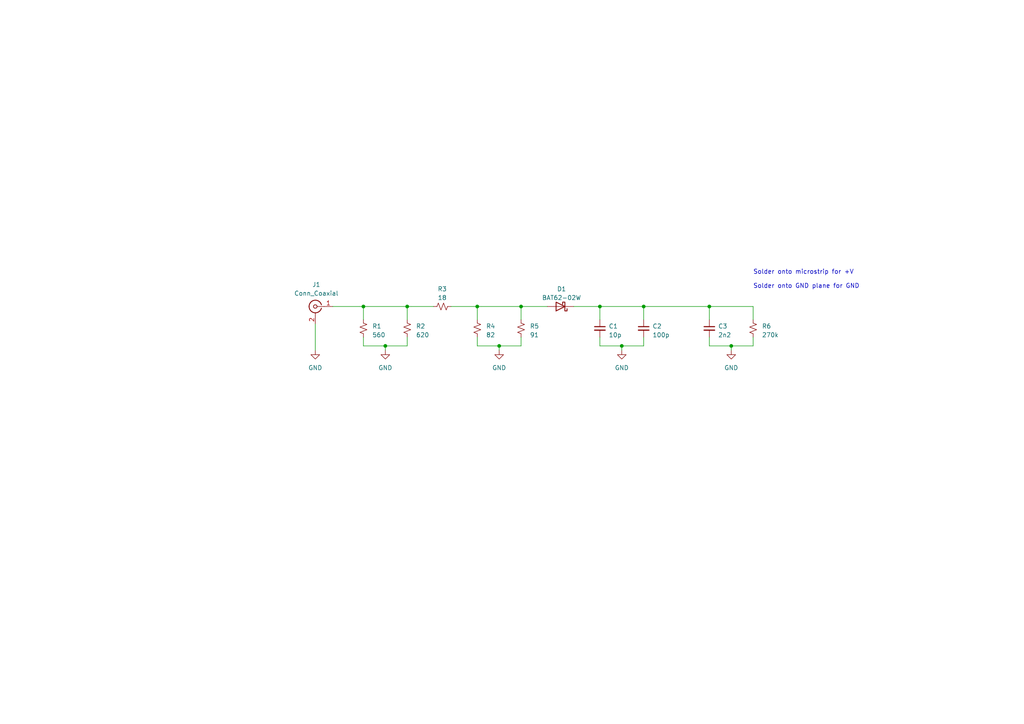
<source format=kicad_sch>
(kicad_sch (version 20230121) (generator eeschema)
  (paper "A4")
  (lib_symbols
    (symbol "Connector:Conn_Coaxial" (pin_names (offset 1.016) hide)
      (property "Reference" "J" (at 0.254 3.048 0))
      (property "Value" "Conn_Coaxial" (at 2.921 0 90))
      (symbol "Conn_Coaxial_0_1"
        (arc (start -1.778 -0.508) (mid 0.2311 -1.8066) (end 1.778 0) (stroke (width 0.254)))
        (polyline (pts (xy -2.54 0) (xy -0.508 0)))
        (polyline (pts (xy 0 -2.54) (xy 0 -1.778)))
        (circle (center 0 0) (radius 0.508) (stroke (width 0.2032)))
        (arc (start 1.778 0) (mid 0.2099 1.8101) (end -1.778 0.508) (stroke (width 0.254)))
      )
      (symbol "Conn_Coaxial_1_1"
        (pin passive line (at -5.08 0 0) (length 2.54) (name "In") (number "1"))
        (pin passive line (at 0 -5.08 90) (length 2.54) (name "Ext") (number "2"))
      )
    )
    (symbol "Device:C_Small" (pin_numbers hide) (pin_names (offset 0.254) hide)
      (property "Reference" "C" (at 0.254 1.778 0))
      (property "Value" "C_Small" (at 0.254 -2.032 0))
      (symbol "C_Small_0_1"
        (polyline (pts (xy -1.524 -0.508) (xy 1.524 -0.508)) (stroke (width 0.3302)))
        (polyline (pts (xy -1.524 0.508) (xy 1.524 0.508)) (stroke (width 0.3048)))
      )
      (symbol "C_Small_1_1"
        (pin passive line (at 0 2.54 270) (length 2.032) (name "~") (number "1"))
        (pin passive line (at 0 -2.54 90) (length 2.032) (name "~") (number "2"))
      )
    )
    (symbol "Device:D_Schottky" (pin_numbers hide) (pin_names (offset 1.016) hide)
      (property "Reference" "D" (at 0 2.54 0))
      (property "Value" "D_Schottky" (at 0 -2.54 0))
      (symbol "D_Schottky_0_1"
        (polyline (pts (xy 1.27 0) (xy -1.27 0)))
        (polyline (pts (xy 1.27 1.27) (xy 1.27 -1.27) (xy -1.27 0) (xy 1.27 1.27)) (stroke (width 0.254)))
        (polyline (pts (xy -1.905 0.635) (xy -1.905 1.27) (xy -1.27 1.27) (xy -1.27 -1.27) (xy -0.635 -1.27) (xy -0.635 -0.635)) (stroke (width 0.254)))
      )
      (symbol "D_Schottky_1_1"
        (pin passive line (at -3.81 0 0) (length 2.54) (name "K") (number "1"))
        (pin passive line (at 3.81 0 180) (length 2.54) (name "A") (number "2"))
      )
    )
    (symbol "Device:R_Small_US" (pin_numbers hide) (pin_names (offset 0.254) hide)
      (property "Reference" "R" (at 0.762 0.508 0))
      (property "Value" "R_Small_US" (at 0.762 -1.016 0))
      (symbol "R_Small_US_1_1"
        (polyline (pts (xy 0 0) (xy 1.016 -0.381) (xy 0 -0.762) (xy -1.016 -1.143) (xy 0 -1.524)))
        (polyline (pts (xy 0 1.524) (xy 1.016 1.143) (xy 0 0.762) (xy -1.016 0.381) (xy 0 0)))
        (pin passive line (at 0 2.54 270) (length 1.016) (name "~") (number "1"))
        (pin passive line (at 0 -2.54 90) (length 1.016) (name "~") (number "2"))
      )
    )
    (symbol "power:GND" (power) (pin_names (offset 0))
      (property "Value" "GND" (at 0 -3.81 0))
      (symbol "GND_0_1"
        (polyline (pts (xy 0 0) (xy 0 -1.27) (xy 1.27 -1.27) (xy 0 -2.54) (xy -1.27 -1.27) (xy 0 -1.27)))
      )
      (symbol "GND_1_1"
        (pin power_in line (at 0 0 270) (length 0) hide (name "GND") (number "1"))
      )
    )
  )
  (junction (at 180.34 100.33))
  (junction (at 151.13 88.9))
  (junction (at 144.78 100.33))
  (junction (at 118.11 88.9))
  (junction (at 173.99 88.9))
  (junction (at 186.69 88.9))
  (junction (at 111.76 100.33))
  (junction (at 205.74 88.9))
  (junction (at 105.41 88.9))
  (junction (at 138.43 88.9))
  (junction (at 212.09 100.33))
  (wire (pts (xy 186.69 92.71) (xy 186.69 88.9)))
  (wire (pts (xy 118.11 88.9) (xy 125.73 88.9)))
  (wire (pts (xy 105.41 97.79) (xy 105.41 100.33)))
  (wire (pts (xy 105.41 100.33) (xy 111.76 100.33)))
  (wire (pts (xy 218.44 97.79) (xy 218.44 100.33)))
  (wire (pts (xy 151.13 97.79) (xy 151.13 100.33)))
  (wire (pts (xy 105.41 88.9) (xy 118.11 88.9)))
  (wire (pts (xy 166.37 88.9) (xy 173.99 88.9)))
  (wire (pts (xy 118.11 88.9) (xy 118.11 92.71)))
  (wire (pts (xy 186.69 88.9) (xy 205.74 88.9)))
  (wire (pts (xy 130.81 88.9) (xy 138.43 88.9)))
  (wire (pts (xy 144.78 100.33) (xy 151.13 100.33)))
  (wire (pts (xy 180.34 100.33) (xy 186.69 100.33)))
  (wire (pts (xy 218.44 88.9) (xy 205.74 88.9)))
  (wire (pts (xy 111.76 100.33) (xy 111.76 101.6)))
  (wire (pts (xy 212.09 100.33) (xy 218.44 100.33)))
  (wire (pts (xy 118.11 97.79) (xy 118.11 100.33)))
  (wire (pts (xy 173.99 100.33) (xy 180.34 100.33)))
  (wire (pts (xy 111.76 100.33) (xy 118.11 100.33)))
  (wire (pts (xy 151.13 88.9) (xy 158.75 88.9)))
  (wire (pts (xy 138.43 100.33) (xy 144.78 100.33)))
  (wire (pts (xy 138.43 88.9) (xy 138.43 92.71)))
  (wire (pts (xy 180.34 100.33) (xy 180.34 101.6)))
  (wire (pts (xy 91.44 93.98) (xy 91.44 101.6)))
  (wire (pts (xy 151.13 92.71) (xy 151.13 88.9)))
  (wire (pts (xy 218.44 92.71) (xy 218.44 88.9)))
  (wire (pts (xy 205.74 88.9) (xy 205.74 92.71)))
  (wire (pts (xy 138.43 88.9) (xy 151.13 88.9)))
  (wire (pts (xy 138.43 97.79) (xy 138.43 100.33)))
  (wire (pts (xy 144.78 100.33) (xy 144.78 101.6)))
  (wire (pts (xy 186.69 97.79) (xy 186.69 100.33)))
  (wire (pts (xy 205.74 97.79) (xy 205.74 100.33)))
  (wire (pts (xy 105.41 92.71) (xy 105.41 88.9)))
  (wire (pts (xy 96.52 88.9) (xy 105.41 88.9)))
  (wire (pts (xy 173.99 88.9) (xy 186.69 88.9)))
  (wire (pts (xy 212.09 100.33) (xy 212.09 101.6)))
  (wire (pts (xy 173.99 88.9) (xy 173.99 92.71)))
  (wire (pts (xy 173.99 97.79) (xy 173.99 100.33)))
  (wire (pts (xy 205.74 100.33) (xy 212.09 100.33)))
  (text "Solder onto microstrip for +V\n\nSolder onto GND plane for GND" (at 218.44 83.82 0) (effects (font (size 1.27 1.27)) (justify left bottom)))
  (symbol (lib_id "Device:R_Small_US") (at 138.43 95.25 0) (unit 1)
    (property "Reference" "R4" (at 140.97 94.615 0) (effects (justify left)))
    (property "Value" "82" (at 140.97 97.155 0) (effects (justify left)))
    (property "Footprint" "Resistor_SMD:R_1206_3216Metric" (effects hide))
  )
  (symbol (lib_id "power:GND") (at 180.34 101.6 0) (unit 1)
    (property "Reference" "#PWR04" (effects hide))
    (property "Value" "GND" (at 180.34 106.68 0))
  )
  (symbol (lib_id "Device:C_Small") (at 186.69 95.25 0) (unit 1)
    (property "Reference" "C2" (at 189.23 94.6213 0) (effects (justify left)))
    (property "Value" "100p" (at 189.23 97.1613 0) (effects (justify left)))
    (property "Footprint" "Capacitor_SMD:C_1206_3216Metric" (effects hide))
  )
  (symbol (lib_id "Device:R_Small_US") (at 151.13 95.25 0) (unit 1)
    (property "Reference" "R5" (at 153.67 94.615 0) (effects (justify left)))
    (property "Value" "91" (at 153.67 97.155 0) (effects (justify left)))
    (property "Footprint" "Resistor_SMD:R_1206_3216Metric" (effects hide))
  )
  (symbol (lib_id "Device:R_Small_US") (at 118.11 95.25 0) (unit 1)
    (property "Reference" "R2" (at 120.65 94.615 0) (effects (justify left)))
    (property "Value" "620" (at 120.65 97.155 0) (effects (justify left)))
    (property "Footprint" "Resistor_SMD:R_1206_3216Metric" (effects hide))
  )
  (symbol (lib_id "power:GND") (at 144.78 101.6 0) (unit 1)
    (property "Reference" "#PWR03" (effects hide))
    (property "Value" "GND" (at 144.78 106.68 0))
  )
  (symbol (lib_id "Device:R_Small_US") (at 218.44 95.25 0) (unit 1)
    (property "Reference" "R6" (at 220.98 94.615 0) (effects (justify left)))
    (property "Value" "270k" (at 220.98 97.155 0) (effects (justify left)))
    (property "Footprint" "Resistor_SMD:R_1206_3216Metric" (effects hide))
  )
  (symbol (lib_id "Device:D_Schottky") (at 162.56 88.9 180) (unit 1)
    (property "Reference" "D1" (at 162.8775 83.82 0))
    (property "Value" "BAT62-02W" (at 162.8775 86.36 0))
    (property "Footprint" "Diode_SMD:D_SOD-523" (effects hide))
  )
  (symbol (lib_id "Connector:Conn_Coaxial") (at 91.44 88.9 0) (mirror y) (unit 1)
    (property "Reference" "J1" (at 91.7574 82.55 0))
    (property "Value" "Conn_Coaxial" (at 91.7574 85.09 0))
    (property "Footprint" "Connector_Coaxial:SMA_Amphenol_132289_EdgeMount" (effects hide))
    (property "Datasheet" " ~" (effects hide))
  )
  (symbol (lib_id "Device:C_Small") (at 173.99 95.25 0) (unit 1)
    (property "Reference" "C1" (at 176.53 94.6213 0) (effects (justify left)))
    (property "Value" "10p" (at 176.53 97.1613 0) (effects (justify left)))
    (property "Footprint" "Capacitor_SMD:C_1206_3216Metric" (effects hide))
  )
  (symbol (lib_id "power:GND") (at 91.44 101.6 0) (unit 1)
    (property "Reference" "#PWR01" (effects hide))
    (property "Value" "GND" (at 91.44 106.68 0))
  )
  (symbol (lib_id "power:GND") (at 111.76 101.6 0) (unit 1)
    (property "Reference" "#PWR02" (effects hide))
    (property "Value" "GND" (at 111.76 106.68 0))
  )
  (symbol (lib_id "Device:R_Small_US") (at 105.41 95.25 0) (unit 1)
    (property "Reference" "R1" (at 107.95 94.615 0) (effects (justify left)))
    (property "Value" "560" (at 107.95 97.155 0) (effects (justify left)))
    (property "Footprint" "Resistor_SMD:R_1206_3216Metric" (effects hide))
  )
  (symbol (lib_id "power:GND") (at 212.09 101.6 0) (unit 1)
    (property "Reference" "#PWR05" (effects hide))
    (property "Value" "GND" (at 212.09 106.68 0))
  )
  (symbol (lib_id "Device:R_Small_US") (at 128.27 88.9 90) (unit 1)
    (property "Reference" "R3" (at 128.27 83.82 90))
    (property "Value" "18" (at 128.27 86.36 90))
    (property "Footprint" "Resistor_SMD:R_1206_3216Metric" (effects hide))
  )
  (symbol (lib_id "Device:C_Small") (at 205.74 95.25 0) (unit 1)
    (property "Reference" "C3" (at 208.28 94.6213 0) (effects (justify left)))
    (property "Value" "2n2" (at 208.28 97.1613 0) (effects (justify left)))
    (property "Footprint" "Capacitor_SMD:C_1206_3216Metric" (effects hide))
  )
)
</source>
